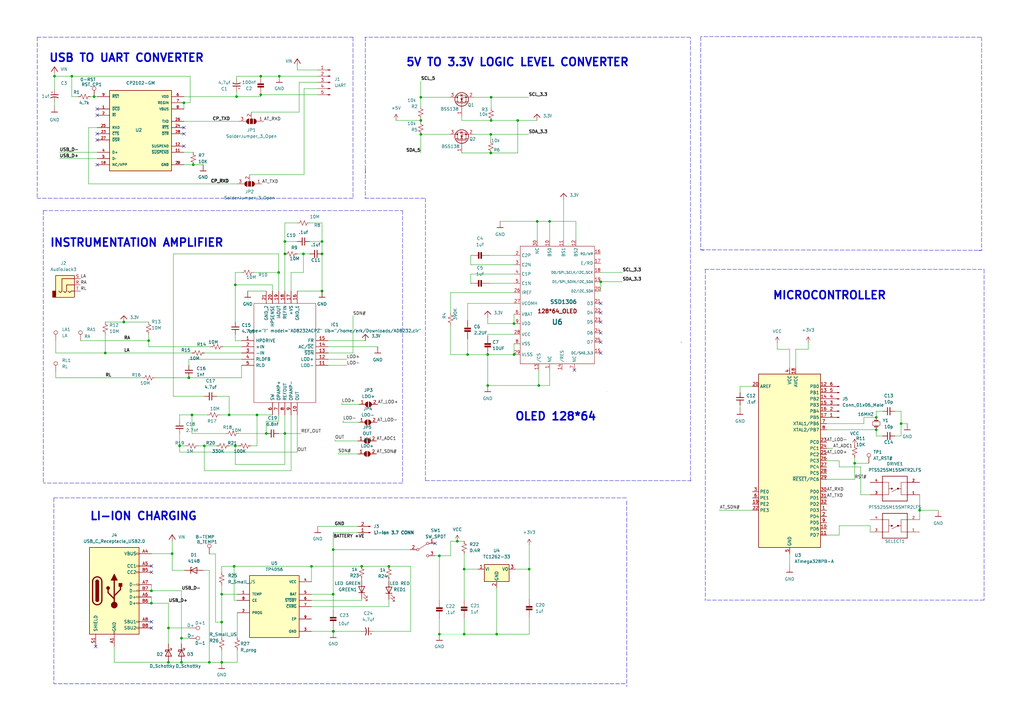
<source format=kicad_sch>
(kicad_sch (version 20211123) (generator eeschema)
  (paper "A3")
  (title_block (title "P-ECG") (date "2022-05-27") (rev "REV 2") (company "GROUP 5") (comment 1 "Designer: Arun jyothish"))
  (junction (at 114.3 111.76))
  (junction (at 124.46 104.14))
  (junction (at 172.593 55.118))
  (junction (at 132.08 99.06))
  (junction (at 74.422 271.653))
  (junction (at 116.84 104.14))
  (junction (at 180.213 260.096))
  (junction (at 377.19 209.296))
  (junction (at 369.57 173.736))
  (junction (at 148.336 232.283))
  (junction (at 203.708 260.096))
  (junction (at 172.593 39.878))
  (junction (at 132.08 119.38))
  (junction (at 62.103 247.396))
  (junction (at 77.47 154.94))
  (junction (at 50.8 132.08))
  (junction (at 136.652 258.953))
  (junction (at 83.82 182.88))
  (junction (at 90.932 255.143))
  (junction (at 187.579 221.996))
  (junction (at 180.213 227.965))
  (junction (at 97.028 39.624))
  (junction (at 217.043 233.426))
  (junction (at 79.248 67.564))
  (junction (at 127.762 232.283))
  (junction (at 190.373 233.426))
  (junction (at 132.08 104.14))
  (junction (at 200.025 158.115))
  (junction (at 201.295 55.118))
  (junction (at 116.84 99.06))
  (junction (at 75.438 42.164))
  (junction (at 201.422 49.403))
  (junction (at 96.52 182.88))
  (junction (at 93.98 170.18))
  (junction (at 22.352 31.242))
  (junction (at 359.41 171.196))
  (junction (at 38.608 39.624))
  (junction (at 96.52 116.84))
  (junction (at 159.512 232.283))
  (junction (at 246.38 115.57))
  (junction (at 70.612 227.076))
  (junction (at 220.345 90.805))
  (junction (at 62.103 242.316))
  (junction (at 106.934 38.862))
  (junction (at 210.82 132.715))
  (junction (at 114.554 31.242))
  (junction (at 225.425 90.805))
  (junction (at 201.422 39.878))
  (junction (at 96.012 232.283))
  (junction (at 69.088 257.556))
  (junction (at 29.464 31.242))
  (junction (at 73.66 182.88))
  (junction (at 190.373 260.096))
  (junction (at 43.18 144.78))
  (junction (at 90.932 243.713))
  (junction (at 350.52 189.992))
  (junction (at 74.422 261.747))
  (junction (at 136.779 258.953))
  (junction (at 106.934 31.242))
  (junction (at 136.652 225.425))
  (junction (at 78.74 170.18))
  (junction (at 136.652 243.713))
  (junction (at 69.088 271.653))
  (junction (at 109.22 177.8))
  (junction (at 359.41 176.276))
  (junction (at 105.41 170.18))
  (junction (at 212.344 49.403))
  (junction (at 60.96 139.7))
  (junction (at 200.025 145.415))
  (junction (at 172.593 49.403))
  (junction (at 191.77 145.415))
  (junction (at 220.98 158.115))
  (junction (at 210.82 145.415))
  (junction (at 116.84 177.8))
  (junction (at 201.295 62.738))
  (junction (at 90.932 271.653))
  (junction (at 85.852 271.653))
  (no_connect (at 178.435 222.885))
  (no_connect (at 75.438 52.324))
  (no_connect (at 75.438 54.864))
  (no_connect (at 75.438 59.944))
  (no_connect (at 39.878 57.404))
  (no_connect (at 39.878 54.864))
  (no_connect (at 39.878 47.244))
  (no_connect (at 39.878 44.704))
  (no_connect (at 39.878 67.564))
  (no_connect (at 39.243 265.176))
  (no_connect (at 62.103 255.016))
  (no_connect (at 62.103 257.556))
  (no_connect (at 62.103 232.156))
  (no_connect (at 62.103 234.696))
  (no_connect (at 246.38 124.46))
  (no_connect (at 246.38 144.78))
  (no_connect (at 246.38 136.525))
  (no_connect (at 246.38 128.27))
  (no_connect (at 246.38 132.08))
  (no_connect (at 246.38 140.335))
  (no_connect (at 235.585 151.765))
  (wire (pts (xy 97.028 31.242) (xy 97.028 32.258)))
  (wire (pts (xy 180.213 253.746) (xy 180.213 260.096)))
  (wire (pts (xy 97.282 251.333) (xy 97.282 261.493)))
  (wire (pts (xy 172.593 43.688) (xy 172.593 39.878)))
  (polyline (pts (xy 289.306 110.49) (xy 289.306 246.126)))
  (wire (pts (xy 210.82 120.015) (xy 184.785 120.015)))
  (wire (pts (xy 353.06 191.516) (xy 353.06 202.946)))
  (wire (pts (xy 326.39 150.876) (xy 326.39 143.256)))
  (wire (pts (xy 295.148 209.296) (xy 308.61 209.296)))
  (wire (pts (xy 73.66 182.88) (xy 73.66 185.42)))
  (wire (pts (xy 191.77 124.46) (xy 191.77 131.445)))
  (wire (pts (xy 200.66 116.205) (xy 210.82 116.205)))
  (wire (pts (xy 114.554 31.242) (xy 130.302 31.242)))
  (wire (pts (xy 369.57 173.736) (xy 372.11 173.736)))
  (wire (pts (xy 90.932 243.713) (xy 97.282 243.713)))
  (wire (pts (xy 246.38 115.57) (xy 246.38 119.38)))
  (wire (pts (xy 303.53 161.036) (xy 303.53 158.496)))
  (wire (pts (xy 203.708 260.096) (xy 217.043 260.096)))
  (wire (pts (xy 225.425 151.765) (xy 225.425 158.115)))
  (wire (pts (xy 369.57 173.736) (xy 369.57 178.816)))
  (polyline (pts (xy 287.401 102.489) (xy 402.336 102.616)))
  (wire (pts (xy 323.85 227.076) (xy 323.85 232.156)))
  (wire (pts (xy 353.06 202.946) (xy 356.87 202.946)))
  (wire (pts (xy 132.08 119.38) (xy 132.08 104.14)))
  (wire (pts (xy 159.512 232.537) (xy 159.512 232.283)))
  (wire (pts (xy 75.438 49.784) (xy 98.044 49.784)))
  (wire (pts (xy 190.373 233.426) (xy 190.373 245.872)))
  (wire (pts (xy 74.422 242.316) (xy 74.422 261.747)))
  (wire (pts (xy 369.57 168.656) (xy 367.03 168.656)))
  (wire (pts (xy 114.3 172.72) (xy 109.22 172.72)))
  (wire (pts (xy 69.088 257.556) (xy 77.851 257.556)))
  (wire (pts (xy 36.322 52.324) (xy 36.322 75.438)))
  (wire (pts (xy 60.96 142.24) (xy 60.96 139.7)))
  (wire (pts (xy 73.66 170.18) (xy 73.66 172.72)))
  (wire (pts (xy 116.84 177.8) (xy 116.84 190.5)))
  (wire (pts (xy 36.322 75.438) (xy 97.282 75.438)))
  (wire (pts (xy 210.82 112.395) (xy 193.04 112.395)))
  (wire (pts (xy 32.004 39.624) (xy 29.464 39.624)))
  (wire (pts (xy 193.04 112.395) (xy 193.04 116.205)))
  (polyline (pts (xy 22.098 204.216) (xy 22.098 280.416)))
  (wire (pts (xy 70.612 227.076) (xy 70.612 221.869)))
  (wire (pts (xy 318.77 143.256) (xy 318.77 140.716)))
  (wire (pts (xy 73.66 177.8) (xy 73.66 182.88)))
  (wire (pts (xy 70.612 233.934) (xy 70.612 227.076)))
  (wire (pts (xy 105.41 182.88) (xy 105.41 170.18)))
  (wire (pts (xy 162.433 49.403) (xy 172.593 49.403)))
  (wire (pts (xy 210.82 132.715) (xy 200.025 132.715)))
  (wire (pts (xy 71.12 104.14) (xy 71.12 162.56)))
  (wire (pts (xy 96.52 190.5) (xy 116.84 190.5)))
  (wire (pts (xy 90.17 170.18) (xy 93.98 170.18)))
  (wire (pts (xy 114.3 177.8) (xy 116.84 177.8)))
  (wire (pts (xy 220.218 49.403) (xy 212.344 49.403)))
  (wire (pts (xy 130.302 215.9) (xy 146.812 215.9)))
  (wire (pts (xy 132.08 99.06) (xy 127 99.06)))
  (wire (pts (xy 71.12 162.56) (xy 83.82 162.56)))
  (wire (pts (xy 189.357 62.738) (xy 201.295 62.738)))
  (wire (pts (xy 90.932 234.823) (xy 90.932 232.283)))
  (wire (pts (xy 140.208 165.862) (xy 140.208 165.354)))
  (wire (pts (xy 344.17 219.456) (xy 344.17 215.646)))
  (wire (pts (xy 96.52 182.88) (xy 96.52 190.5)))
  (wire (pts (xy 75.438 42.164) (xy 75.438 44.704)))
  (wire (pts (xy 99.06 111.76) (xy 96.52 111.76)))
  (wire (pts (xy 201.295 57.658) (xy 201.295 55.118)))
  (wire (pts (xy 369.57 168.656) (xy 369.57 173.736)))
  (wire (pts (xy 159.512 237.617) (xy 159.512 238.252)))
  (wire (pts (xy 106.934 39.624) (xy 106.934 38.862)))
  (wire (pts (xy 93.98 182.88) (xy 96.52 182.88)))
  (wire (pts (xy 90.932 239.903) (xy 90.932 243.713)))
  (wire (pts (xy 96.52 132.08) (xy 96.52 116.84)))
  (polyline (pts (xy 256.413 280.416) (xy 22.098 280.416)))
  (wire (pts (xy 200.025 137.16) (xy 210.82 137.16)))
  (wire (pts (xy 359.41 178.816) (xy 361.95 178.816)))
  (wire (pts (xy 63.5 154.94) (xy 77.47 154.94)))
  (wire (pts (xy 124.714 36.322) (xy 124.714 71.628)))
  (wire (pts (xy 130.302 28.702) (xy 121.92 28.702)))
  (wire (pts (xy 75.438 67.564) (xy 79.248 67.564)))
  (wire (pts (xy 96.52 111.76) (xy 96.52 116.84)))
  (wire (pts (xy 148.336 237.998) (xy 148.336 237.363)))
  (polyline (pts (xy 165.1 198.12) (xy 17.78 198.12)))
  (wire (pts (xy 97.028 31.242) (xy 106.934 31.242)))
  (wire (pts (xy 191.77 145.415) (xy 200.025 145.415)))
  (wire (pts (xy 62.103 244.856) (xy 62.103 247.396)))
  (wire (pts (xy 220.98 151.765) (xy 220.98 158.115)))
  (wire (pts (xy 75.438 39.624) (xy 97.028 39.624)))
  (wire (pts (xy 132.08 104.14) (xy 132.08 99.06)))
  (wire (pts (xy 124.46 111.76) (xy 124.46 104.14)))
  (wire (pts (xy 22.86 152.4) (xy 22.86 154.94)))
  (wire (pts (xy 43.18 144.78) (xy 22.86 144.78)))
  (wire (pts (xy 134.62 147.32) (xy 142.24 147.32)))
  (wire (pts (xy 136.652 218.44) (xy 136.652 225.425)))
  (wire (pts (xy 62.103 239.776) (xy 62.103 242.316)))
  (wire (pts (xy 83.82 193.04) (xy 119.38 193.04)))
  (wire (pts (xy 339.09 173.736) (xy 354.33 173.736)))
  (wire (pts (xy 90.932 255.143) (xy 90.932 261.493)))
  (wire (pts (xy 168.402 232.283) (xy 159.512 232.283)))
  (wire (pts (xy 81.28 182.88) (xy 83.82 182.88)))
  (wire (pts (xy 359.41 176.276) (xy 359.41 178.816)))
  (wire (pts (xy 323.85 143.256) (xy 323.85 150.876)))
  (wire (pts (xy 137.414 180.848) (xy 146.812 180.848)))
  (wire (pts (xy 344.17 188.976) (xy 344.17 191.516)))
  (wire (pts (xy 90.932 266.573) (xy 90.932 271.653)))
  (wire (pts (xy 147.32 165.862) (xy 140.208 165.862)))
  (wire (pts (xy 93.98 170.18) (xy 105.41 170.18)))
  (wire (pts (xy 127 91.44) (xy 132.08 91.44)))
  (wire (pts (xy 220.345 90.805) (xy 205.105 90.805)))
  (wire (pts (xy 246.38 111.76) (xy 255.27 111.76)))
  (polyline (pts (xy 144.78 15.24) (xy 144.78 81.28)))
  (wire (pts (xy 339.09 176.276) (xy 359.41 176.276)))
  (wire (pts (xy 77.47 147.32) (xy 77.47 149.86)))
  (wire (pts (xy 114.3 119.38) (xy 114.3 111.76)))
  (wire (pts (xy 200.66 104.775) (xy 210.82 104.775)))
  (wire (pts (xy 88.392 227.203) (xy 88.392 255.143)))
  (wire (pts (xy 148.336 232.283) (xy 159.512 232.283)))
  (wire (pts (xy 109.22 172.72) (xy 109.22 177.8)))
  (wire (pts (xy 73.66 185.42) (xy 121.92 185.42)))
  (wire (pts (xy 153.162 258.953) (xy 168.402 258.953)))
  (wire (pts (xy 200.025 137.16) (xy 200.025 137.795)))
  (polyline (pts (xy 149.733 15.24) (xy 149.733 15.367)))
  (wire (pts (xy 39.878 52.324) (xy 36.322 52.324)))
  (wire (pts (xy 220.98 158.115) (xy 200.025 158.115)))
  (polyline (pts (xy 289.052 110.49) (xy 403.606 110.49)))
  (wire (pts (xy 24.384 62.484) (xy 39.878 62.484)))
  (wire (pts (xy 73.66 182.88) (xy 76.2 182.88)))
  (polyline (pts (xy 288.417 102.489) (xy 288.417 102.743)))
  (wire (pts (xy 121.92 99.06) (xy 116.84 99.06)))
  (wire (pts (xy 201.295 55.118) (xy 216.789 55.118)))
  (wire (pts (xy 96.012 232.283) (xy 127.762 232.283)))
  (wire (pts (xy 359.41 171.196) (xy 359.41 168.656)))
  (wire (pts (xy 33.02 139.7) (xy 60.96 139.7)))
  (wire (pts (xy 172.593 48.768) (xy 172.593 49.403)))
  (wire (pts (xy 344.17 215.646) (xy 356.87 215.646)))
  (wire (pts (xy 180.213 227.965) (xy 180.213 246.126)))
  (wire (pts (xy 96.52 116.84) (xy 111.76 116.84)))
  (wire (pts (xy 190.373 260.096) (xy 190.373 253.492)))
  (wire (pts (xy 83.82 182.88) (xy 88.9 182.88)))
  (wire (pts (xy 236.22 98.425) (xy 236.22 90.805)))
  (wire (pts (xy 140.716 172.466) (xy 140.716 173.228)))
  (wire (pts (xy 96.012 246.253) (xy 96.012 232.283)))
  (wire (pts (xy 172.593 55.118) (xy 172.593 62.738)))
  (wire (pts (xy 384.81 209.296) (xy 377.19 209.296)))
  (wire (pts (xy 210.82 124.46) (xy 191.77 124.46)))
  (wire (pts (xy 119.38 111.76) (xy 124.46 111.76)))
  (wire (pts (xy 189.357 47.498) (xy 189.357 49.403)))
  (wire (pts (xy 62.103 247.396) (xy 69.088 247.396)))
  (wire (pts (xy 200.025 132.715) (xy 200.025 130.175)))
  (wire (pts (xy 60.96 139.7) (xy 60.96 137.16)))
  (wire (pts (xy 90.932 243.713) (xy 90.932 255.143)))
  (wire (pts (xy 43.18 132.08) (xy 50.8 132.08)))
  (wire (pts (xy 184.785 221.996) (xy 187.579 221.996)))
  (wire (pts (xy 184.785 133.35) (xy 184.785 145.415)))
  (wire (pts (xy 83.312 233.934) (xy 85.852 233.934)))
  (wire (pts (xy 83.82 182.88) (xy 83.82 193.04)))
  (wire (pts (xy 180.213 260.096) (xy 190.373 260.096)) (stroke (width 0) (color 72 255 115 1)))
  (wire (pts (xy 148.336 246.253) (xy 148.336 245.618)))
  (wire (pts (xy 97.028 39.624) (xy 106.934 39.624)))
  (wire (pts (xy 134.62 139.7) (xy 149.86 139.7)))
  (wire (pts (xy 134.62 142.24) (xy 154.94 142.24)))
  (polyline (pts (xy 149.86 15.24) (xy 149.86 71.12)))
  (polyline (pts (xy 283.21 197.358) (xy 283.21 102.87)))
  (wire (pts (xy 180.213 227.965) (xy 184.785 227.965)))
  (wire (pts (xy 106.934 38.862) (xy 130.302 38.862)))
  (wire (pts (xy 88.392 255.143) (xy 90.932 255.143)))
  (wire (pts (xy 231.14 81.915) (xy 231.14 98.425)))
  (polyline (pts (xy 403.606 246.126) (xy 289.052 246.126)))
  (wire (pts (xy 236.22 90.805) (xy 225.425 90.805)))
  (wire (pts (xy 114.3 170.18) (xy 114.3 172.72)))
  (wire (pts (xy 62.103 242.316) (xy 74.422 242.316)))
  (wire (pts (xy 62.103 227.076) (xy 70.612 227.076)))
  (wire (pts (xy 90.932 232.283) (xy 96.012 232.283)))
  (wire (pts (xy 22.352 31.242) (xy 22.352 36.83)))
  (wire (pts (xy 339.09 188.976) (xy 344.17 188.976)))
  (polyline (pts (xy 149.86 69.342) (xy 149.86 81.28)))
  (wire (pts (xy 102.362 71.628) (xy 124.714 71.628)))
  (wire (pts (xy 122.682 33.782) (xy 122.682 45.974)))
  (polyline (pts (xy 257.048 205.486) (xy 257.048 281.686)))
  (wire (pts (xy 103.124 45.974) (xy 122.682 45.974)))
  (wire (pts (xy 74.422 271.653) (xy 85.852 271.653)))
  (wire (pts (xy 101.6 119.38) (xy 109.22 119.38)))
  (wire (pts (xy 303.53 158.496) (xy 308.61 158.496)))
  (wire (pts (xy 303.53 166.116) (xy 303.53 167.386)))
  (wire (pts (xy 377.19 202.946) (xy 377.19 209.296)))
  (wire (pts (xy 203.708 241.046) (xy 203.708 260.096)))
  (polyline (pts (xy 287.401 15.113) (xy 287.401 102.489)))
  (polyline (pts (xy 403.606 110.49) (xy 403.606 246.126)))
  (wire (pts (xy 136.652 243.713) (xy 136.652 250.063)))
  (wire (pts (xy 105.41 170.18) (xy 111.76 170.18)))
  (wire (pts (xy 78.74 177.8) (xy 92.71 177.8)))
  (wire (pts (xy 168.402 258.953) (xy 168.402 232.283)))
  (polyline (pts (xy 174.498 197.104) (xy 283.464 197.104)))
  (wire (pts (xy 77.47 154.94) (xy 99.06 154.94)))
  (wire (pts (xy 326.39 143.256) (xy 331.47 143.256)))
  (wire (pts (xy 96.52 139.7) (xy 96.52 137.16)))
  (wire (pts (xy 24.384 65.024) (xy 39.878 65.024)))
  (wire (pts (xy 121.92 26.67) (xy 121.92 28.702)))
  (wire (pts (xy 22.352 29.972) (xy 22.352 31.242)))
  (wire (pts (xy 90.932 271.653) (xy 97.282 271.653)))
  (wire (pts (xy 189.357 49.403) (xy 201.422 49.403)))
  (wire (pts (xy 79.248 67.564) (xy 83.312 67.564)))
  (wire (pts (xy 354.33 171.196) (xy 359.41 171.196)))
  (wire (pts (xy 29.464 39.624) (xy 29.464 31.242)))
  (wire (pts (xy 193.04 108.585) (xy 193.04 104.775)))
  (wire (pts (xy 102.87 182.88) (xy 105.41 182.88)))
  (wire (pts (xy 136.652 225.425) (xy 168.275 225.425)))
  (wire (pts (xy 225.425 90.805) (xy 220.345 90.805)))
  (wire (pts (xy 37.084 39.624) (xy 38.608 39.624)))
  (polyline (pts (xy 15.24 15.24) (xy 15.24 81.28)))
  (wire (pts (xy 220.345 98.425) (xy 220.345 90.805)))
  (wire (pts (xy 354.33 173.736) (xy 354.33 171.196)))
  (wire (pts (xy 190.373 260.096) (xy 203.708 260.096)))
  (wire (pts (xy 187.579 221.996) (xy 190.373 221.996)))
  (wire (pts (xy 210.82 108.585) (xy 193.04 108.585)))
  (wire (pts (xy 184.785 145.415) (xy 191.77 145.415)))
  (wire (pts (xy 97.028 37.338) (xy 97.028 39.624)))
  (wire (pts (xy 172.593 39.878) (xy 184.277 39.878)))
  (wire (pts (xy 121.92 170.18) (xy 121.92 185.42)))
  (wire (pts (xy 116.84 91.44) (xy 116.84 99.06)))
  (wire (pts (xy 74.422 261.747) (xy 74.422 264.033)))
  (wire (pts (xy 46.863 271.653) (xy 69.088 271.653)))
  (wire (pts (xy 97.79 177.8) (xy 109.22 177.8)))
  (polyline (pts (xy 402.59 15.24) (xy 402.59 102.743)))
  (wire (pts (xy 134.62 144.78) (xy 144.78 144.78)))
  (wire (pts (xy 137.414 180.34) (xy 137.414 180.848)))
  (wire (pts (xy 134.62 149.86) (xy 142.24 149.86)))
  (wire (pts (xy 71.12 104.14) (xy 114.3 104.14)))
  (wire (pts (xy 121.92 119.38) (xy 132.08 119.38)))
  (wire (pts (xy 356.87 215.646) (xy 356.87 218.186)))
  (wire (pts (xy 46.863 265.176) (xy 46.863 271.653)))
  (polyline (pts (xy 283.21 15.24) (xy 149.733 15.24)))
  (wire (pts (xy 127.762 248.793) (xy 159.512 248.793)))
  (wire (pts (xy 93.98 162.56) (xy 93.98 170.18)))
  (wire (pts (xy 70.612 233.934) (xy 75.692 233.934)))
  (wire (pts (xy 144.78 144.78) (xy 144.78 129.54)))
  (wire (pts (xy 225.425 158.115) (xy 220.98 158.115)))
  (wire (pts (xy 136.652 257.683) (xy 136.652 258.953)))
  (wire (pts (xy 217.043 253.238) (xy 217.043 260.096)))
  (wire (pts (xy 172.593 49.403) (xy 172.593 50.038)))
  (wire (pts (xy 91.44 142.24) (xy 99.06 142.24)))
  (wire (pts (xy 116.84 170.18) (xy 116.84 177.8)))
  (polyline (pts (xy 402.336 15.24) (xy 287.401 14.986)))
  (wire (pts (xy 69.088 247.396) (xy 69.088 257.556)))
  (wire (pts (xy 138.684 186.182) (xy 138.684 185.928)))
  (wire (pts (xy 359.41 168.656) (xy 361.95 168.656)))
  (wire (pts (xy 114.3 111.76) (xy 114.3 104.14)))
  (wire (pts (xy 201.422 39.878) (xy 216.789 39.878)))
  (wire (pts (xy 96.52 182.88) (xy 97.79 182.88)))
  (wire (pts (xy 69.088 271.653) (xy 74.422 271.653)))
  (wire (pts (xy 217.043 223.647) (xy 217.043 233.426)))
  (wire (pts (xy 85.852 271.653) (xy 90.932 271.653)))
  (wire (pts (xy 99.06 154.94) (xy 99.06 149.86)))
  (polyline (pts (xy 283.21 102.87) (xy 283.21 15.494)))
  (wire (pts (xy 88.9 162.56) (xy 93.98 162.56)))
  (wire (pts (xy 217.043 233.426) (xy 217.043 245.618)))
  (wire (pts (xy 344.17 191.516) (xy 353.06 191.516)))
  (polyline (pts (xy 144.78 81.28) (xy 15.24 81.28)))
  (wire (pts (xy 77.978 42.164) (xy 77.978 31.242)))
  (polyline (pts (xy 165.1 86.36) (xy 165.1 198.12)))
  (wire (pts (xy 136.652 225.425) (xy 136.652 243.713)))
  (wire (pts (xy 210.82 140.97) (xy 210.82 145.415)))
  (wire (pts (xy 83.82 144.78) (xy 99.06 144.78)))
  (wire (pts (xy 127.762 243.713) (xy 136.652 243.713)))
  (polyline (pts (xy 288.417 102.743) (xy 288.29 102.743)))
  (wire (pts (xy 130.302 36.322) (xy 124.714 36.322)))
  (wire (pts (xy 69.088 257.556) (xy 69.088 264.033)))
  (polyline (pts (xy 17.78 86.36) (xy 165.1 86.36)))
  (wire (pts (xy 97.282 246.253) (xy 96.012 246.253)))
  (polyline (pts (xy 17.78 86.36) (xy 17.78 198.12)))
  (wire (pts (xy 318.77 143.256) (xy 323.85 143.256)))
  (wire (pts (xy 211.328 233.426) (xy 217.043 233.426)))
  (wire (pts (xy 246.38 115.57) (xy 255.27 115.57)))
  (wire (pts (xy 119.38 193.04) (xy 119.38 170.18)))
  (wire (pts (xy 121.92 104.14) (xy 124.46 104.14)))
  (wire (pts (xy 99.06 139.7) (xy 96.52 139.7)))
  (wire (pts (xy 201.422 39.878) (xy 201.422 44.323)))
  (wire (pts (xy 121.92 91.44) (xy 116.84 91.44)))
  (wire (pts (xy 29.464 31.242) (xy 77.978 31.242)))
  (wire (pts (xy 172.593 33.274) (xy 172.593 39.878)))
  (wire (pts (xy 194.437 39.878) (xy 201.422 39.878)))
  (wire (pts (xy 210.82 128.905) (xy 210.82 132.715)))
  (wire (pts (xy 159.512 248.793) (xy 159.512 245.872)))
  (wire (pts (xy 85.852 233.934) (xy 85.852 271.653)))
  (wire (pts (xy 172.593 55.118) (xy 184.277 55.118)))
  (wire (pts (xy 339.09 219.456) (xy 344.17 219.456)))
  (wire (pts (xy 190.373 227.076) (xy 190.373 233.426)))
  (wire (pts (xy 116.84 104.14) (xy 116.84 119.38)))
  (wire (pts (xy 114.3 111.76) (xy 104.14 111.76)))
  (wire (pts (xy 350.52 189.992) (xy 350.52 196.596)))
  (wire (pts (xy 127.762 232.283) (xy 148.336 232.283)))
  (polyline (pts (xy 15.24 15.24) (xy 144.78 15.24)))
  (wire (pts (xy 111.76 116.84) (xy 111.76 119.38)))
  (wire (pts (xy 22.352 31.242) (xy 29.464 31.242)))
  (wire (pts (xy 127.762 246.253) (xy 148.336 246.253)))
  (wire (pts (xy 146.812 186.182) (xy 138.684 186.182)))
  (wire (pts (xy 74.422 261.747) (xy 77.851 261.747)))
  (polyline (pts (xy 149.606 81.28) (xy 174.498 81.28)))
  (wire (pts (xy 116.84 99.06) (xy 116.84 104.14)))
  (wire (pts (xy 22.352 41.91) (xy 22.352 43.434)))
  (wire (pts (xy 225.425 98.425) (xy 225.425 90.805)))
  (wire (pts (xy 122.682 33.782) (xy 130.302 33.782)))
  (wire (pts (xy 75.438 62.484) (xy 79.248 62.484)))
  (wire (pts (xy 339.09 196.596) (xy 350.52 196.596)))
  (wire (pts (xy 78.74 170.18) (xy 85.09 170.18)))
  (wire (pts (xy 140.716 173.228) (xy 147.066 173.228)))
  (wire (pts (xy 331.47 143.256) (xy 331.47 140.716)))
  (wire (pts (xy 295.148 209.042) (xy 295.148 209.296)))
  (wire (pts (xy 201.422 49.403) (xy 212.344 49.403)))
  (wire (pts (xy 194.437 55.118) (xy 201.295 55.118)))
  (polyline (pts (xy 174.498 81.28) (xy 174.498 197.104)))
  (wire (pts (xy 136.779 258.953) (xy 148.082 258.953)))
  (wire (pts (xy 350.52 189.992) (xy 356.362 189.992)))
  (wire (pts (xy 124.46 104.14) (xy 127 104.14)))
  (wire (pts (xy 201.295 62.738) (xy 212.344 62.738)))
  (wire (pts (xy 339.09 183.896) (xy 341.63 183.896)))
  (wire (pts (xy 119.38 119.38) (xy 119.38 111.76)))
  (wire (pts (xy 22.86 144.78) (xy 22.86 139.7)))
  (polyline (pts (xy 401.447 102.743) (xy 401.447 102.616)))
  (wire (pts (xy 190.373 233.426) (xy 196.088 233.426)))
  (wire (pts (xy 200.025 145.415) (xy 210.82 145.415)))
  (wire (pts (xy 85.852 227.203) (xy 88.392 227.203)))
  (wire (pts (xy 43.18 144.78) (xy 78.74 144.78)))
  (polyline (pts (xy 402.59 102.743) (xy 401.447 102.743)))
  (wire (pts (xy 127.762 232.283) (xy 127.762 238.633)))
  (wire (pts (xy 212.344 49.403) (xy 212.344 62.738)))
  (wire (pts (xy 50.8 132.08) (xy 60.96 132.08)))
  (wire (pts (xy 377.19 213.106) (xy 377.19 209.296)))
  (polyline (pts (xy 287.401 102.489) (xy 288.417 102.489)))
  (wire (pts (xy 184.785 227.965) (xy 184.785 221.996)))
  (wire (pts (xy 191.77 139.065) (xy 191.77 145.415)))
  (wire (pts (xy 132.08 91.44) (xy 132.08 99.06)))
  (wire (pts (xy 77.47 147.32) (xy 99.06 147.32)))
  (wire (pts (xy 22.86 154.94) (xy 58.42 154.94)))
  (wire (pts (xy 146.812 218.44) (xy 136.652 218.44)))
  (wire (pts (xy 86.36 142.24) (xy 60.96 142.24)))
  (wire (pts (xy 116.84 177.8) (xy 123.444 177.8)))
  (wire (pts (xy 184.785 120.015) (xy 184.785 128.27)))
  (wire (pts (xy 78.74 170.18) (xy 78.74 177.8)))
  (wire (pts (xy 38.608 39.624) (xy 39.878 39.624)))
  (wire (pts (xy 200.025 158.115) (xy 200.025 145.415)))
  (wire (pts (xy 97.282 266.573) (xy 97.282 271.653)))
  (wire (pts (xy 78.74 170.18) (xy 73.66 170.18)))
  (wire (pts (xy 350.52 187.706) (xy 350.52 189.992)))
  (wire (pts (xy 178.435 227.965) (xy 180.213 227.965)))
  (wire (pts (xy 127.762 258.953) (xy 136.652 258.953)))
  (wire (pts (xy 369.57 178.816) (xy 367.03 178.816)))
  (wire (pts (xy 43.18 137.16) (xy 43.18 144.78)))
  (polyline (pts (xy 22.098 204.216) (xy 257.048 204.216)))
  (wire (pts (xy 75.438 42.164) (xy 77.978 42.164)))
  (wire (pts (xy 106.934 31.242) (xy 114.554 31.242)))
  (text "USB TO UART CONVERTER\n" (at 19.939 25.781 0) (effects (font (size 3.27 3.27) (thickness 0.654) bold) (justify left bottom)))
  (text "INSTRUMENTATION AMPLIFIER\n" (at 20.32 101.6 0) (effects (font (size 3.27 3.27) (thickness 0.654) bold) (justify left bottom)))
  (text "MICROCONTROLLER" (at 316.738 123.19 0) (effects (font (size 3.27 3.27) bold) (justify left bottom)))
  (text "OLED 128*64" (at 211.074 172.847 0) (effects (font (size 3.27 3.27) bold) (justify left bottom)))
  (text "LI-ION CHARGING " (at 36.703 213.741 0) (effects (font (size 3.27 3.27) (thickness 0.654) bold) (justify left bottom)))
  (text "5V TO 3.3V LOGIC LEVEL CONVERTER\n" (at 166.37 27.559 0) (effects (font (size 3.27 3.27) (thickness 0.654) bold) (justify left bottom)))
  (label "SCL_3.3" (at 216.789 39.878 0) (effects (font (thickness 0.254) bold)))
  (label "AT_ADC1" (at 154.432 180.848 0))
  (label "USB_D-" (at 74.422 242.316 0) (effects (font bold)))
  (label "AT_RXD" (at 108.204 49.784 0))
  (label "AT_LOD+" (at 154.94 165.862 0))
  (label "LOD-" (at 140.716 172.466 0))
  (label "AT_TXD" (at 339.09 204.216 0))
  (label "LOD+" (at 140.208 165.354 0))
  (label "RST#" (at 350.52 196.596 0))
  (label "RA" (at 33.02 116.84 0))
  (label "LOD-" (at 142.24 149.86 0))
  (label "SDA_3.3" (at 216.789 55.118 0) (effects (font bold)))
  (label "SDN#" (at 144.78 129.54 0))
  (label "USB_D+" (at 69.088 247.396 0) (effects (font bold)))
  (label "SDA_5" (at 172.593 62.738 180) (effects (font (thickness 0.254) bold)))
  (label "LA" (at 33.02 114.3 0))
  (label "AT_ADC1" (at 341.63 183.896 0))
  (label "CP_TXD" (at 87.122 49.784 0) (effects (font bold)))
  (label "AT_RXD" (at 339.09 201.676 0))
  (label "OUT" (at 121.92 185.42 0))
  (label "RL" (at 43.18 154.94 0) (effects (font bold)))
  (label "GND" (at 137.16 215.9 0) (effects (font (thickness 0.254) bold)))
  (label "AT_LOD-" (at 339.09 181.356 0))
  (label "RL" (at 33.02 119.38 0))
  (label "SDA_3.3" (at 255.27 115.57 0) (effects (font bold)))
  (label "AT_SDN#" (at 295.148 209.042 0))
  (label "USB_D+" (at 24.384 65.024 0) (effects (font bold)))
  (label "AT_LOD+" (at 339.09 186.436 0))
  (label "SCL_5" (at 172.593 33.274 0) (effects (font (thickness 0.254) bold)))
  (label "BATTERY +VE" (at 136.652 220.98 0) (effects (font (thickness 0.254) bold)))
  (label "AT_LOD-" (at 154.686 173.228 0))
  (label "CP_RXD" (at 86.36 75.438 0) (effects (font (size 1.26 1.26) (thickness 65.4) bold)))
  (label "AT_TXD" (at 107.442 75.438 0))
  (label "RA" (at 50.8 139.7 0) (effects (font bold)))
  (label "USB_D-" (at 24.384 62.484 0) (effects (font bold)))
  (label "REF_OUT" (at 123.444 177.8 0))
  (label "LA" (at 50.8 144.78 0) (effects (font bold)))
  (label "SDN#" (at 138.684 185.928 0))
  (label "AT_SDN#" (at 154.432 186.182 0))
  (label "LOD+" (at 142.24 147.32 0))
  (label "SCL_3.3" (at 255.27 111.76 0) (effects (font (thickness 0.254) bold)))
  (label "OUT" (at 137.414 180.34 0))
  (symbol (lib_id "Device:R_Small_US") (at 159.512 235.077 180) (unit 1)
    (property "Reference" "R24" (at 156.972 236.347 0))
    (property "Value" "1k" (at 156.972 233.807 0))
    (property "Footprint" "Resistor_SMD:R_0603_1608Metric" (effects hide))
  )
  (symbol (lib_id "Device:R_Small_US") (at 350.52 185.166 0) (unit 1)
    (property "Reference" "R11" (at 351.028 179.832 0) (effects (justify left)))
    (property "Value" "10K" (at 351.028 182.372 0) (effects (justify left)))
    (property "Footprint" "Resistor_SMD:R_0603_1608Metric" (effects hide))
  )
  (symbol (lib_id "Connector:TestPoint") (at 22.86 152.4 0) (unit 1)
    (property "Reference" "RL1" (at 25.4 147.8279 0) (effects (justify left)))
    (property "Value" "RL" (at 25.4 150.3679 0) (effects (justify left)))
    (property "Footprint" "TestPoint:TestPoint_Pad_D1.0mm" (effects hide))
  )
  (symbol (lib_id "Connector:TestPoint") (at 77.851 257.556 270) (unit 1)
    (property "Reference" "D+1" (at 80.01 255.524 90) (effects (justify left)))
    (property "Value" "D+" (at 76.708 256.54 90) (effects (justify left)))
    (property "Footprint" "TestPoint:TestPoint_Pad_D1.0mm" (effects hide))
  )
  (symbol (lib_id "Connector:USB_C_Receptacle_USB2.0") (at 46.863 242.316 0) (unit 1)
    (property "Reference" "J4" (at 46.863 219.456 0))
    (property "Value" "USB_C_Receptacle_USB2.0" (at 46.863 221.996 0))
    (property "Footprint" "Connector_USB:USB_C_Receptacle_HRO_TYPE-C-31-M-12" (effects hide))
    (property "Datasheet" "https://www.usb.org/sites/default/files/documents/usb_type-c.zip" (effects hide))
  )
  (symbol (lib_id "Connector:TestPoint") (at 38.608 39.624 0) (unit 1)
    (property "Reference" "RST_CP1" (at 33.401 34.671 0) (effects (justify left)))
    (property "Value" "0-RST" (at 32.893 32.639 0) (effects (justify left)))
    (property "Footprint" "TestPoint:TestPoint_Pad_D1.0mm" (effects hide))
  )
  (symbol (lib_id "Device:C_Small") (at 303.53 163.576 180) (unit 1)
    (property "Reference" "C12" (at 306.07 162.2995 0) (effects (justify right)))
    (property "Value" ".1uf" (at 306.07 164.8395 0) (effects (justify right)))
    (property "Footprint" "Capacitor_SMD:C_0603_1608Metric" (effects hide))
  )
  (symbol (lib_id "Device:R_Small_US") (at 97.282 264.033 180) (unit 1)
    (property "Reference" "R27" (at 98.552 264.033 0) (effects (justify right)))
    (property "Value" "R_prog" (at 98.552 266.573 0) (effects (justify right)))
    (property "Footprint" "Resistor_SMD:R_0603_1608Metric" (effects hide))
  )
  (symbol (lib_id "Device:D_Schottky") (at 74.422 267.843 270) (unit 1)
    (property "Reference" "D3" (at 77.978 268.351 90))
    (property "Value" "D_Schottky" (at 77.216 273.177 90))
    (property "Footprint" "Diode_SMD:D_0603_1608Metric" (effects hide))
  )
  (symbol (lib_id "Adafruit OLED 128x32 Mono I2C-eagle-import:3.3V") (at 149.86 139.7 0) (unit 1)
    (property "Reference" "#0106" (effects hide))
    (property "Value" "3.3V" (at 152.4 137.7949 0) (effects (font (size 1.27 1.0795)) (justify left)))
    (property "Footprint" "Adafruit OLED 128x32 Mono I2C:" (effects hide))
  )
  (symbol (lib_id "Adafruit OLED 128x32 Mono I2C-eagle-import:CAP_CERAMIC0402") (at 200.025 142.875 0) (unit 1)
    (property "Reference" "C7" (at 201.93 140.3349 0) (effects (justify left)))
    (property "Value" "10UF" (at 201.93 142.8749 0) (effects (justify left)))
    (property "Footprint" "Capacitor_SMD:C_0603_1608Metric" (effects hide))
  )
  (symbol (lib_id "Jumper:SolderJumper_2_Open") (at 150.876 173.228 0) (unit 1)
    (property "Reference" "JP4" (at 150.876 167.64 0))
    (property "Value" "LDO-" (at 150.876 170.18 0))
    (property "Footprint" "TEST_POINT_MATRIX_6-PIN:2_PIN_SMD_SOLDER_JUMPER" (effects hide))
  )
  (symbol (lib_id "Device:C_Small") (at 96.52 134.62 180) (unit 1)
    (property "Reference" "C15" (at 99.06 133.3435 0) (effects (justify right)))
    (property "Value" "4.7uf" (at 99.06 135.8835 0) (effects (justify right)))
    (property "Footprint" "Capacitor_SMD:C_0603_1608Metric" (effects hide))
  )
  (symbol (lib_id "tactile switch:PTS525SM15SMTR2LFS") (at 367.03 200.406 180) (unit 1)
    (property "Reference" "DRIVE1" (at 367.03 190.246 0))
    (property "Value" "PTS525SM15SMTR2LFS" (at 367.03 192.786 0))
    (property "Footprint" "tactile switch:SW_PTS525SM15SMTR2LFS" (effects hide))
    (property "MANUFACTURER" "C & K" (effects hide))
    (property "STANDARD" "Manufacturer REcommendation" (effects hide))
    (property "PARTREV" "NA" (effects hide))
  )
  (symbol (lib_id "Adafruit OLED 128x32 Mono I2C-eagle-import:3.3V") (at 200.025 130.175 0) (unit 1)
    (property "Reference" "#01" (effects hide))
    (property "Value" "3.3V" (at 202.565 128.2699 0) (effects (font (size 1.27 1.0795)) (justify left)))
    (property "Footprint" "Adafruit OLED 128x32 Mono I2C:" (effects hide))
  )
  (symbol (lib_id "MCU_Microchip_ATmega:ATmega328PB-A") (at 323.85 188.976 0) (unit 1)
    (property "Reference" "U3" (at 325.8694 227.711 0) (effects (justify left)))
    (property "Value" "ATmega328PB-A" (at 325.8694 230.251 0) (effects (justify left)))
    (property "Footprint" "Package_QFP:TQFP-32_7x7mm_P0.8mm" (effects hide))
    (property "Datasheet" "http://ww1.microchip.com/downloads/en/DeviceDoc/40001906C.pdf" (effects hide))
  )
  (symbol (lib_id "Device:R_Small_US") (at 78.74 182.88 90) (unit 1)
    (property "Reference" "R19" (at 75.6412 181.7116 90) (effects (justify left)))
    (property "Value" "1M" (at 79.3496 185.0644 90) (effects (justify left)))
    (property "Footprint" "Resistor_SMD:R_0603_1608Metric" (effects hide))
  )
  (symbol (lib_id "Device:R_Small_US") (at 201.295 60.198 180) (unit 1)
    (property "Reference" "R6" (at 205.105 61.468 0) (effects (justify left)))
    (property "Value" "10k" (at 205.105 57.658 0) (effects (justify left)))
    (property "Footprint" "Resistor_SMD:R_0603_1608Metric" (effects hide))
  )
  (symbol (lib_id "Connector:TestPoint") (at 77.851 261.747 270) (unit 1)
    (property "Reference" "D-1" (at 80.01 263.779 90) (effects (justify left)))
    (property "Value" "D-" (at 76.835 260.731 90) (effects (justify left)))
    (property "Footprint" "TestPoint:TestPoint_Pad_D1.0mm" (effects hide))
  )
  (symbol (lib_id "Device:R_Small_US") (at 184.785 130.81 0) (unit 1)
    (property "Reference" "R4" (at 182.245 130.81 90) (effects (justify left)))
    (property "Value" "390K" (at 186.7154 131.4196 90) (effects (justify left)))
    (property "Footprint" "Resistor_SMD:R_0603_1608Metric" (effects hide))
  )
  (symbol (lib_id "Adafruit OLED 128x32 Mono I2C-eagle-import:GND") (at 114.554 33.782 0) (unit 1)
    (property "Reference" "#U0109" (effects hide))
    (property "Value" "GND" (at 114.554 36.322 0))
    (property "Footprint" "Adafruit OLED 128x32 Mono I2C:" (effects hide))
  )
  (symbol (lib_id "Adafruit OLED 128x32 Mono I2C-eagle-import:GND") (at 132.08 121.92 0) (unit 1)
    (property "Reference" "#U0112" (effects hide))
    (property "Value" "GND" (at 132.08 124.714 0))
    (property "Footprint" "Adafruit OLED 128x32 Mono I2C:" (effects hide))
  )
  (symbol (lib_id "Adafruit OLED 128x32 Mono I2C-eagle-import:GND") (at 22.352 45.974 0) (unit 1)
    (property "Reference" "#0107" (effects hide))
    (property "Value" "GND" (at 22.352 49.149 0))
    (property "Footprint" "Adafruit OLED 128x32 Mono I2C:" (effects hide))
  )
  (symbol (lib_id "Device:R_Small_US") (at 43.18 134.62 0) (unit 1)
    (property "Reference" "R12" (at 44.831 133.3499 0) (effects (justify left)))
    (property "Value" "10M" (at 44.831 135.8899 0) (effects (justify left)))
    (property "Footprint" "Resistor_SMD:R_0603_1608Metric" (effects hide))
  )
  (symbol (lib_id "Device:C_Small") (at 111.76 177.8 270) (unit 1)
    (property "Reference" "C19" (at 111.7536 171.45 90))
    (property "Value" "6.8nf" (at 111.7536 173.99 90))
    (property "Footprint" "Capacitor_SMD:C_0603_1608Metric" (effects hide))
  )
  (symbol (lib_id "Device:R_Small_US") (at 90.932 237.363 0) (unit 1)
    (property "Reference" "R25" (at 93.472 236.0929 0) (effects (justify left)))
    (property "Value" "R_Small_US" (at 93.472 238.6329 0) (effects (justify left)))
    (property "Footprint" "Resistor_SMD:R_0603_1608Metric" (effects hide))
  )
  (symbol (lib_id "Adafruit OLED 128x32 Mono I2C-eagle-import:3.3V") (at 50.8 132.08 0) (unit 1)
    (property "Reference" "#0109" (effects hide))
    (property "Value" "3.3V" (at 53.34 130.1749 0) (effects (font (size 1.27 1.0795)) (justify left)))
    (property "Footprint" "Adafruit OLED 128x32 Mono I2C:" (effects hide))
  )
  (symbol (lib_id "Regulator_Linear:TC1262-33") (at 203.708 233.426 0) (unit 1)
    (property "Reference" "U4" (at 203.708 225.806 0))
    (property "Value" "TC1262-33" (at 203.708 228.346 0))
    (property "Footprint" "Package_TO_SOT_SMD:SOT-223" (effects hide))
    (property "Datasheet" "http://ww1.microchip.com/downloads/en/DeviceDoc/21373C.pdf" (effects hide))
  )
  (symbol (lib_id "Device:R_Small_US") (at 124.46 91.44 270) (unit 1)
    (property "Reference" "R8" (at 128.778 92.4052 90) (effects (justify left)))
    (property "Value" "10M" (at 127 88.9 90) (effects (justify left)))
    (property "Footprint" "Resistor_SMD:R_0603_1608Metric" (effects hide))
  )
  (symbol (lib_id "Adafruit OLED 128x32 Mono I2C-eagle-import:CAP_CERAMIC0402") (at 136.652 255.143 0) (unit 1)
    (property "Reference" "C23" (at 139.192 252.3489 0) (effects (justify left)))
    (property "Value" "10uf" (at 138.684 255.778 0) (effects (justify left)))
    (property "Footprint" "Capacitor_SMD:C_0603_1608Metric" (effects hide))
  )
  (symbol (lib_id "Device:C_Polarized_Small_US") (at 150.622 258.953 270) (mirror x) (unit 1)
    (property "Reference" "C24" (at 151.0538 251.587 90))
    (property "Value" "4.7uf" (at 151.0538 254.127 90))
    (property "Footprint" "Capacitor_SMD:C_0603_1608Metric" (effects hide))
  )
  (symbol (lib_id "power:VCC") (at 350.52 182.626 0) (unit 1)
    (property "Reference" "#PWR0103" (effects hide))
    (property "Value" "VCC" (at 350.52 177.8 0))
  )
  (symbol (lib_id "Jumper:SolderJumper_2_Open") (at 150.622 186.182 0) (unit 1)
    (property "Reference" "JP6" (at 150.622 180.34 0))
    (property "Value" "LDO+" (at 150.622 182.88 0))
    (property "Footprint" "TEST_POINT_MATRIX_6-PIN:2_PIN_SMD_SOLDER_JUMPER" (effects hide))
  )
  (symbol (lib_id "Adafruit OLED 128x32 Mono I2C-eagle-import:GND") (at 90.932 274.193 0) (unit 1)
    (property "Reference" "#0103" (effects hide))
    (property "Value" "GND" (at 90.932 276.733 0))
    (property "Footprint" "Adafruit OLED 128x32 Mono I2C:" (effects hide))
  )
  (symbol (lib_id "CP2102-GM:CP2102-GM") (at 57.658 54.864 0) (unit 1)
    (property "Reference" "U2" (at 56.896 53.34 0))
    (property "Value" "CP2102-GM" (at 57.658 34.036 0))
    (property "Footprint" "CP2102-GM:QFN50P500X500X100-29N" (effects hide))
    (property "SNAPEDA_PACKAGE_ID" "11371" (effects hide))
    (property "PRICE" "3.43 USD" (effects hide))
    (property "AVAILABILITY" "Good" (effects hide))
    (property "MANUFACTURER" "Silicon Labs" (effects hide))
    (property "DESCRIPTION" "IC USB-TO-UART BRIDGE 28VQFN" (effects hide))
    (property "PARTREV" "1.8" (effects hide))
    (property "PACKAGE" "QFN-28 Silicon Labs" (effects hide))
    (property "STANDARD" "IPC-7351B" (effects hide))
    (property "MP" "CP2102-GM" (effects hide))
  )
  (symbol (lib_id "Transistor_FET:BSS138") (at 189.357 42.418 90) (unit 1)
    (property "Reference" "Q1" (at 193.167 43.053 90))
    (property "Value" "BSS138" (at 184.404 44.704 90))
    (property "Footprint" "Package_TO_SOT_SMD:SOT-23" (effects hide))
    (property "Datasheet" "https://www.onsemi.com/pub/Collateral/BSS138-D.PDF" (effects hide))
  )
  (symbol (lib_id "Device:R_Small_US") (at 190.373 224.536 0) (unit 1)
    (property "Reference" "R22" (at 192.532 223.2659 0) (effects (justify left)))
    (property "Value" "0.4R" (at 192.532 225.8059 0) (effects (justify left)))
    (property "Footprint" "Resistor_SMD:R_0603_1608Metric" (effects hide))
  )
  (symbol (lib_id "Device:C_Small") (at 364.49 168.656 90) (unit 1)
    (property "Reference" "C13" (at 364.4963 162.306 90))
    (property "Value" "10p" (at 364.4963 164.846 90))
    (property "Footprint" "Capacitor_SMD:C_0603_1608Metric" (effects hide))
  )
  (symbol (lib_id "Adafruit OLED 128x32 Mono I2C-eagle-import:CAP_CERAMIC0402") (at 198.12 116.205 90) (unit 1)
    (property "Reference" "C5" (at 196.85 109.855 90))
    (property "Value" "1uf" (at 196.85 112.395 90))
    (property "Footprint" "Capacitor_SMD:C_0603_1608Metric" (effects hide))
  )
  (symbol (lib_id "user_symbol:SSD1306") (at 242.57 118.745 0) (unit 1)
    (property "Reference" "U6" (at 226.06 132.08 0) (effects (font (size 2.1 2.1) bold) (justify left)))
    (property "Value" "SSD1306" (at 225.425 123.825 0) (effects (font (size 1.6 1.6) bold) (justify left)))
    (property "Footprint" "OLED 128*64:MODULE_OLED-128O064H-GPP3N00000" (effects hide))
  )
  (symbol (lib_id "AD8232ACPZ:AD8232ACPZ") (at 99.06 139.7 0) (unit 1)
    (property "Reference" "IC1" (at 137.3124 133.1212 0))
    (property "Value" "AD8232ACPZ" (at 137.3124 135.6612 0))
    (property "Footprint" "KiCad:QFN50P400X400X80-21N-D" (effects hide))
    (property "Datasheet" "https://www.analog.com/media/en/technical-documentation/data-sheets/ad8232.pdf" (effects hide))
    (property "Description" "ADI ECG and HRM IC Single Lead" (effects hide))
    (property "Height" "0.8" (effects hide))
    (property "Manufacturer_Name" "Analog Devices" (effects hide))
    (property "Manufacturer_Part_Number" "AD8232ACPZ" (effects hide))
    (property "Mouser Part Number" "N/A" (effects hide))
    (property "Mouser Price/Stock" "https://www.mouser.co.uk/ProductDetail/Analog-Devices/AD8232ACPZ?qs=%252BEew9%252B0nqrDwrV1NZJDXjA%3D%3D" (effects hide))
    (property "Spice_Primitive" "I" (effects hide))
    (property "Spice_Netlist_Enabled" "Y" (effects hide))
    (property "Spice_Lib_File" "/home/erk/Downloads/AD8232.cir" (effects hide))
  )
  (symbol (lib_id "Adafruit OLED 128x32 Mono I2C-eagle-import:GND") (at 83.312 70.104 0) (unit 1)
    (property "Reference" "#0108" (effects hide))
    (property "Value" "GND" (at 83.312 72.644 0))
    (property "Footprint" "Adafruit OLED 128x32 Mono I2C:" (effects hide))
  )
  (symbol (lib_id "Device:R_Small_US") (at 34.544 39.624 90) (unit 1)
    (property "Reference" "R1" (at 31.369 37.846 90))
    (property "Value" "4.7k" (at 34.544 42.164 90))
    (property "Footprint" "Resistor_SMD:R_0603_1608Metric" (effects hide))
  )
  (symbol (lib_id "Device:R_Small_US") (at 79.248 65.024 0) (unit 1)
    (property "Reference" "R7" (at 81.28 63.7539 0) (effects (justify left)))
    (property "Value" "10K" (at 81.28 66.2939 0) (effects (justify left)))
    (property "Footprint" "Resistor_SMD:R_0603_1608Metric" (effects hide))
  )
  (symbol (lib_id "Switch:SW_SPDT") (at 173.355 225.425 0) (unit 1)
    (property "Reference" "SW1" (at 178.689 217.551 0))
    (property "Value" "SW_SPDT" (at 178.689 220.091 0))
    (property "Footprint" "Button_Switch_SMD:SW_SPDT_PCM12" (effects hide))
  )
  (symbol (lib_id "Adafruit OLED 128x32 Mono I2C-eagle-import:GND") (at 384.81 211.836 0) (mirror y) (unit 1)
    (property "Reference" "#U0103" (effects hide))
    (property "Value" "GND" (at 384.81 214.63 0))
    (property "Footprint" "Adafruit OLED 128x32 Mono I2C:" (effects hide))
  )
  (symbol (lib_id "Adafruit OLED 128x32 Mono I2C-eagle-import:3.3V") (at 220.218 49.403 0) (unit 1)
    (property "Reference" "#U0107" (effects hide))
    (property "Value" "3.3V" (at 222.758 47.4979 0) (effects (font (size 1.27 1.0795)) (justify left)))
    (property "Footprint" "Adafruit OLED 128x32 Mono I2C:" (effects hide))
  )
  (symbol (lib_id "Connector:Conn_01x06_Male") (at 344.17 166.116 180) (unit 1)
    (property "Reference" "J5" (at 345.44 163.5759 0) (effects (justify right)))
    (property "Value" "Conn_01x06_Male" (at 345.44 166.1159 0) (effects (justify right)))
    (property "Footprint" "TEST_POINT_MATRIX_6-PIN:6PIN_CONN" (effects hide))
  )
  (symbol (lib_id "Device:R_Small_US") (at 90.932 264.033 180) (unit 1)
    (property "Reference" "R26" (at 85.852 262.763 0) (effects (justify right)))
    (property "Value" "R_Small_US" (at 85.852 260.223 0) (effects (justify right)))
    (property "Footprint" "Resistor_SMD:R_0603_1608Metric" (effects hide))
  )
  (symbol (lib_id "Adafruit OLED 128x32 Mono I2C-eagle-import:CAP_CERAMIC0402") (at 198.12 104.775 90) (unit 1)
    (property "Reference" "C4" (at 196.85 97.79 90))
    (property "Value" "1uf" (at 196.85 100.33 90))
    (property "Footprint" "Capacitor_SMD:C_0603_1608Metric" (effects hide))
  )
  (symbol (lib_id "Adafruit OLED 128x32 Mono I2C-eagle-import:GND") (at 372.11 176.276 0) (unit 1)
    (property "Reference" "#U0105" (effects hide))
    (property "Value" "GND" (at 372.11 179.07 0))
    (property "Footprint" "Adafruit OLED 128x32 Mono I2C:" (effects hide))
  )
  (symbol (lib_id "Connector:Conn_01x05_Male") (at 135.382 33.782 0) (mirror y) (unit 1)
    (property "Reference" "J1" (at 137.16 32.5119 0) (effects (justify right)))
    (property "Value" "UART" (at 137.16 35.0519 0) (effects (justify right)))
    (property "Footprint" "Connector_PinHeader_1.00mm:PinHeader_1x05_P1.00mm_Horizontal" (effects hide))
  )
  (symbol (lib_id "Adafruit OLED 128x32 Mono I2C-eagle-import:GND") (at 136.652 261.493 0) (unit 1)
    (property "Reference" "#U0102" (effects hide))
    (property "Value" "GND" (at 136.652 264.033 0))
    (property "Footprint" "Adafruit OLED 128x32 Mono I2C:" (effects hide))
  )
  (symbol (lib_id "Adafruit OLED 128x32 Mono I2C-eagle-import:GND") (at 180.213 262.636 0) (unit 1)
    (property "Reference" "#0102" (effects hide))
    (property "Value" "GND" (at 180.213 265.176 0))
    (property "Footprint" "Adafruit OLED 128x32 Mono I2C:" (effects hide))
  )
  (symbol (lib_id "power:+5V") (at 162.433 49.403 0) (unit 1)
    (property "Reference" "#PWR0106" (effects hide))
    (property "Value" "+5V" (at 162.433 44.323 0))
  )
  (symbol (lib_id "Adafruit OLED 128x32 Mono I2C-eagle-import:GND") (at 130.302 218.44 0) (unit 1)
    (property "Reference" "#0101" (effects hide))
    (property "Value" "GND" (at 130.302 220.98 0))
    (property "Footprint" "Adafruit OLED 128x32 Mono I2C:" (effects hide))
  )
  (symbol (lib_id "Adafruit OLED 128x32 Mono I2C-eagle-import:GND") (at 101.6 121.92 0) (unit 1)
    (property "Reference" "#U0113" (effects hide))
    (property "Value" "GND" (at 101.6 124.714 0))
    (property "Footprint" "Adafruit OLED 128x32 Mono I2C:" (effects hide))
  )
  (symbol (lib_id "Adafruit OLED 128x32 Mono I2C-eagle-import:CAP_CERAMIC0805-NOTHERMALS") (at 106.934 36.322 0) (unit 1)
    (property "Reference" "C2" (at 102.108 36.322 0))
    (property "Value" "100nf" (at 102.108 33.782 0))
    (property "Footprint" "Capacitor_SMD:C_0603_1608Metric" (effects hide))
  )
  (symbol (lib_id "Device:R_Small_US") (at 148.336 234.823 180) (unit 1)
    (property "Reference" "R23" (at 145.415 236.093 0))
    (property "Value" "1k" (at 145.415 233.553 0))
    (property "Footprint" "Resistor_SMD:R_0603_1608Metric" (effects hide))
  )
  (symbol (lib_id "Device:R_Small_US") (at 87.63 170.18 90) (unit 1)
    (property "Reference" "R17" (at 88.9 172.72 90) (effects (justify left)))
    (property "Value" "10M" (at 90.17 167.64 90) (effects (justify left)))
    (property "Footprint" "Resistor_SMD:R_0603_1608Metric" (effects hide))
  )
  (symbol (lib_id "Adafruit OLED 128x32 Mono I2C-eagle-import:GND") (at 205.105 93.345 0) (unit 1)
    (property "Reference" "#U01" (effects hide))
    (property "Value" "GND" (at 205.105 96.139 0))
    (property "Footprint" "Adafruit OLED 128x32 Mono I2C:" (effects hide))
  )
  (symbol (lib_id "Device:D_Zener") (at 79.502 233.934 0) (unit 1)
    (property "Reference" "D1" (at 79.502 227.584 0))
    (property "Value" "4148" (at 79.502 230.124 0))
    (property "Footprint" "Diode_SMD:D_0603_1608Metric" (effects hide))
  )
  (symbol (lib_id "Connector:TestPoint") (at 85.852 227.203 0) (unit 1)
    (property "Reference" "B_TEMP1" (at 80.645 222.25 0) (effects (justify left)))
    (property "Value" "B-TEMP" (at 80.137 220.218 0) (effects (justify left)))
    (property "Footprint" "TestPoint:TestPoint_Pad_D1.0mm" (effects hide))
  )
  (symbol (lib_id "Jumper:SolderJumper_2_Open") (at 150.622 180.848 0) (unit 1)
    (property "Reference" "JP5" (at 150.622 175.26 0))
    (property "Value" "OUT" (at 150.622 177.8 0))
    (property "Footprint" "TEST_POINT_MATRIX_6-PIN:2_PIN_SMD_SOLDER_JUMPER" (effects hide))
  )
  (symbol (lib_id "Connector:AudioJack3") (at 27.94 116.84 0) (unit 1)
    (property "Reference" "J2" (at 26.035 107.95 0))
    (property "Value" "AudioJack3" (at 26.035 110.49 0))
    (property "Footprint" "Connector_Audio:Jack_3.5mm_CUI_SJ-3524-SMT_Horizontal" (effects hide))
  )
  (symbol (lib_id "Adafruit OLED 128x32 Mono I2C-eagle-import:GND") (at 303.53 169.926 0) (unit 1)
    (property "Reference" "#U0108" (effects hide))
    (property "Value" "GND" (at 303.53 172.72 0))
    (property "Footprint" "Adafruit OLED 128x32 Mono I2C:" (effects hide))
  )
  (symbol (lib_id "Adafruit OLED 128x32 Mono I2C-eagle-import:CAP_CERAMIC0402") (at 191.77 136.525 0) (unit 1)
    (property "Reference" "C6" (at 194.31 133.9849 0) (effects (justify left)))
    (property "Value" "2.2UF" (at 194.31 136.5249 0) (effects (justify left)))
    (property "Footprint" "Capacitor_SMD:C_0603_1608Metric" (effects hide))
  )
  (symbol (lib_id "Transistor_FET:BSS138") (at 189.357 57.658 90) (unit 1)
    (property "Reference" "Q2" (at 193.802 57.023 90))
    (property "Value" "BSS138" (at 184.785 60.071 90))
    (property "Footprint" "Package_TO_SOT_SMD:SOT-23" (effects hide))
    (property "Datasheet" "https://www.onsemi.com/pub/Collateral/BSS138-D.PDF" (effects hide))
  )
  (symbol (lib_id "Device:R_Small_US") (at 95.25 177.8 90) (unit 1)
    (property "Reference" "R18" (at 95.25 175.26 90) (effects (justify left)))
    (property "Value" "10M" (at 99.06 176.53 90) (effects (justify left)))
    (property "Footprint" "Resistor_SMD:R_0603_1608Metric" (effects hide))
  )
  (symbol (lib_id "TP4056:TP4056") (at 112.522 248.793 0) (unit 1)
    (property "Reference" "U5" (at 112.522 231.013 0))
    (property "Value" "TP4056" (at 112.522 233.553 0))
    (property "Footprint" "Package_TO_SOT_SMD:TSOT-23-8" (effects hide))
    (property "MAXIMUM_PACKAGE_HEIGHT" "1.75mm" (effects hide))
    (property "STANDARD" "IPC 7351B" (effects hide))
    (property "MANUFACTURER" "NanJing Top Power ASIC Corp." (effects hide))
  )
  (symbol (lib_id "Adafruit OLED 128x32 Mono I2C-eagle-import:GND") (at 323.85 234.696 0) (unit 1)
    (property "Reference" "#U0104" (effects hide))
    (property "Value" "GND" (at 323.85 237.49 0))
    (property "Footprint" "Adafruit OLED 128x32 Mono I2C:" (effects hide))
  )
  (symbol (lib_id "Device:Crystal_Small") (at 359.41 173.736 90) (unit 1)
    (property "Reference" "Y1" (at 361.95 172.4659 90) (effects (justify right)))
    (property "Value" "16MHZ" (at 351.79 169.926 90) (effects (justify right)))
    (property "Footprint" "Crystal:Crystal_SMD_0603-2Pin_6.0x3.5mm" (effects hide))
  )
  (symbol (lib_id "Adafruit OLED 128x32 Mono I2C-eagle-import:CAP_CERAMIC0402") (at 180.213 251.206 0) (unit 1)
    (property "Reference" "C22" (at 182.753 248.6659 0) (effects (justify left)))
    (property "Value" ".1uf" (at 182.753 251.2059 0) (effects (justify left)))
    (property "Footprint" "Capacitor_SMD:C_0603_1608Metric" (effects hide))
  )
  (symbol (lib_id "Device:C_Small") (at 73.66 175.26 180) (unit 1)
    (property "Reference" "C18" (at 76.2 173.9835 0) (effects (justify right)))
    (property "Value" "2.7nf" (at 76.2 176.5235 0) (effects (justify right)))
    (property "Footprint" "Capacitor_SMD:C_0603_1608Metric" (effects hide))
  )
  (symbol (lib_id "Device:R_Small_US") (at 119.38 104.14 270) (unit 1)
    (property "Reference" "R9" (at 119.38 101.6 90) (effects (justify left)))
    (property "Value" "10M" (at 118.7704 106.0704 90) (effects (justify left)))
    (property "Footprint" "Resistor_SMD:R_0603_1608Metric" (effects hide))
  )
  (symbol (lib_id "tactile switch:PTS525SM15SMTR2LFS") (at 367.03 215.646 180) (unit 1)
    (property "Reference" "SELECT1" (at 367.03 221.996 0))
    (property "Value" "PTS525SM15SMTR2LFS" (at 367.03 208.026 0))
    (property "Footprint" "tactile switch:SW_PTS525SM15SMTR2LFS" (effects hide))
    (property "MANUFACTURER" "C & K" (effects hide))
    (property "STANDARD" "Manufacturer REcommendation" (effects hide))
    (property "PARTREV" "NA" (effects hide))
  )
  (symbol (lib_id "Adafruit OLED 128x32 Mono I2C-eagle-import:GND") (at 200.025 160.655 0) (unit 1)
    (property "Reference" "#U02" (effects hide))
    (property "Value" "GND" (at 200.025 163.449 0))
    (property "Footprint" "Adafruit OLED 128x32 Mono I2C:" (effects hide))
  )
  (symbol (lib_id "Jumper:SolderJumper_3_Open") (at 103.124 49.784 180) (unit 1)
    (property "Reference" "JP1" (at 103.124 53.34 0))
    (property "Value" "SolderJumper_3_Open" (at 103.124 55.88 0))
    (property "Footprint" "TEST_POINT_MATRIX_6-PIN:3_PIN_SOLDER_JUMPER_SMD" (effects hide))
  )
  (symbol (lib_id "Connector:TestPoint") (at 33.02 139.7 0) (unit 1)
    (property "Reference" "RA1" (at 35.56 135.1279 0) (effects (justify left)))
    (property "Value" "RA" (at 34.5186 137.9727 0) (effects (justify left)))
    (property "Footprint" "TestPoint:TestPoint_Pad_D1.0mm" (effects hide))
  )
  (symbol (lib_id "Device:C_Polarized_Small_US") (at 97.028 34.798 180) (unit 1)
    (property "Reference" "C1" (at 91.9988 36.449 0))
    (property "Value" "4.7uf" (at 91.9988 33.909 0))
    (property "Footprint" "Capacitor_SMD:C_0603_1608Metric" (effects hide))
  )
  (symbol (lib_id "Adafruit OLED 128x32 Mono I2C-eagle-import:CAP_CERAMIC0805-NOTHERMALS") (at 217.043 250.698 0) (unit 1)
    (property "Reference" "C20" (at 219.583 248.1579 0) (effects (justify left)))
    (property "Value" "1uf" (at 219.583 250.6979 0) (effects (justify left)))
    (property "Footprint" "Capacitor_SMD:C_0603_1608Metric" (effects hide))
  )
  (symbol (lib_id "power:+3.3V") (at 331.47 140.716 0) (unit 1)
    (property "Reference" "#PWR0105" (effects hide))
    (property "Value" "+3.3V" (at 331.47 135.382 0))
  )
  (symbol (lib_id "Device:R_Small_US") (at 101.6 111.76 270) (unit 1)
    (property "Reference" "R10" (at 105.918 112.7252 90) (effects (justify left)))
    (property "Value" "10M" (at 100.9904 113.6904 90) (effects (justify left)))
    (property "Footprint" "Resistor_SMD:R_0603_1608Metric" (effects hide))
  )
  (symbol (lib_id "Device:C_Small") (at 124.46 99.06 270) (unit 1)
    (property "Reference" "C10" (at 119.38 96.52 90))
    (property "Value" ".1uf" (at 124.4536 95.25 90))
    (property "Footprint" "Capacitor_SMD:C_0603_1608Metric" (effects hide))
  )
  (symbol (lib_id "Device:C_Polarized_Small_US") (at 22.352 39.37 0) (unit 1)
    (property "Reference" "C3" (at 24.892 34.1121 0) (effects (justify left)))
    (property "Value" "1uf" (at 17.018 39.4461 0) (effects (justify left)))
    (property "Footprint" "Capacitor_SMD:C_0603_1608Metric" (effects hide))
  )
  (symbol (lib_id "power:VCC") (at 318.77 140.716 0) (unit 1)
    (property "Reference" "#PWR0104" (effects hide))
    (property "Value" "VCC" (at 318.77 135.89 0))
  )
  (symbol (lib_id "Adafruit OLED 128x32 Mono I2C-eagle-import:CAP_CERAMIC0805-NOTHERMALS") (at 190.373 250.952 0) (unit 1)
    (property "Reference" "C21" (at 192.913 248.4119 0) (effects (justify left)))
    (property "Value" "1uf" (at 192.913 250.9519 0) (effects (justify left)))
    (property "Footprint" "Capacitor_SMD:C_0603_1608Metric" (effects hide))
  )
  (symbol (lib_id "Adafruit OLED 128x32 Mono I2C-eagle-import:GND") (at 154.94 144.78 0) (unit 1)
    (property "Reference" "#U0111" (effects hide))
    (property "Value" "GND" (at 154.94 147.574 0))
    (property "Footprint" "Adafruit OLED 128x32 Mono I2C:" (effects hide))
  )
  (symbol (lib_id "Device:D_Schottky") (at 69.088 267.843 270) (unit 1)
    (property "Reference" "D2" (at 65.532 268.351 90))
    (property "Value" "D_Schottky" (at 66.548 273.177 90))
    (property "Footprint" "Diode_SMD:D_0603_1608Metric" (effects hide))
  )
  (symbol (lib_id "Device:R_Small_US") (at 60.96 154.94 90) (unit 1)
    (property "Reference" "R16" (at 57.8612 153.7716 90) (effects (justify left)))
    (property "Value" "10M" (at 61.5696 157.1244 90) (effects (justify left)))
    (property "Footprint" "Resistor_SMD:R_0603_1608Metric" (effects hide))
  )
  (symbol (lib_id "Connector:Conn_01x02_Male") (at 151.892 218.44 180) (unit 1)
    (property "Reference" "J3" (at 153.162 215.8999 0) (effects (justify right)))
    (property "Value" "Li-Ion 3.7 CONN" (at 153.162 218.4399 0) (effects (font bold) (justify right)))
    (property "Footprint" "Connector_PinHeader_1.00mm:PinHeader_1x02_P1.00mm_Horizontal" (effects hide))
  )
  (symbol (lib_id "Jumper:SolderJumper_3_Open") (at 102.362 75.438 180) (unit 1)
    (property "Reference" "JP2" (at 102.362 78.613 0))
    (property "Value" "SolderJumper_3_Open" (at 102.362 81.153 0))
    (property "Footprint" "TEST_POINT_MATRIX_6-PIN:3_PIN_SOLDER_JUMPER_SMD" (effects hide))
  )
  (symbol (lib_id "Connector:TestPoint") (at 356.362 189.992 0) (unit 1)
    (property "Reference" "TP1" (at 358.14 185.4199 0) (effects (justify left)))
    (property "Value" "AT_RST#" (at 358.14 187.9599 0) (effects (justify left)))
    (property "Footprint" "TestPoint:TestPoint_Pad_D1.0mm" (effects hide))
  )
  (symbol (lib_id "Adafruit OLED 128x32 Mono I2C-eagle-import:VIN") (at 121.92 26.67 0) (mirror y) (unit 1)
    (property "Reference" "#U0110" (effects hide))
    (property "Value" "VIN" (at 119.888 25.0824 0) (effects (font (size 1.27 1.0795)) (justify left)))
    (property "Footprint" "Adafruit OLED 128x32 Mono I2C:" (effects hide))
  )
  (symbol (lib_id "Device:C_Small") (at 77.47 152.4 180) (unit 1)
    (property "Reference" "C16" (at 80.5688 151.1235 0) (effects (justify right)))
    (property "Value" "1nf" (at 80.5688 153.6635 0) (effects (justify right)))
    (property "Footprint" "Capacitor_SMD:C_0603_1608Metric" (effects hide))
  )
  (symbol (lib_id "Device:LED") (at 159.512 242.062 90) (unit 1)
    (property "Reference" "RED1" (at 163.957 241.808 90))
    (property "Value" "LED RED" (at 163.957 239.268 90))
    (property "Footprint" "LED_SMD:LED_0603_1608Metric" (effects hide))
  )
  (symbol (lib_id "power:+3.3V") (at 217.043 223.647 0) (unit 1)
    (property "Reference" "#PWR0101" (effects hide))
    (property "Value" "+3.3V" (at 217.043 218.313 0))
  )
  (symbol (lib_id "Device:LED") (at 148.336 241.808 90) (unit 1)
    (property "Reference" "GREEN1" (at 142.621 241.808 90))
    (property "Value" "LED GREEN" (at 142.621 239.268 90))
    (property "Footprint" "LED_SMD:LED_0603_1608Metric" (effects hide))
  )
  (symbol (lib_id "Device:R_Small_US") (at 88.9 142.24 90) (unit 1)
    (property "Reference" "R14" (at 84.582 141.2748 90) (effects (justify left)))
    (property "Value" "10M" (at 89.5096 140.3096 90) (effects (justify left)))
    (property "Footprint" "Resistor_SMD:R_0603_1608Metric" (effects hide))
  )
  (symbol (lib_id "Device:R_Small_US") (at 100.33 182.88 90) (unit 1)
    (property "Reference" "R21" (at 97.2312 181.7116 90) (effects (justify left)))
    (property "Value" "100K" (at 100.9396 185.0644 90) (effects (justify left)))
    (property "Footprint" "Resistor_SMD:R_0603_1608Metric" (effects hide))
  )
  (symbol (lib_id "Device:C_Small") (at 364.49 178.816 90) (unit 1)
    (property "Reference" "C14" (at 364.49 181.356 90))
    (property "Value" "10p" (at 364.4963 175.006 90))
    (property "Footprint" "Crystal:Crystal_SMD_2012-2Pin_2.0x1.2mm" (effects hide))
  )
  (symbol (lib_id "Jumper:SolderJumper_2_Open") (at 151.13 165.862 0) (unit 1)
    (property "Reference" "JP3" (at 151.13 160.02 0))
    (property "Value" "LDO+" (at 151.13 162.56 0))
    (property "Footprint" "TEST_POINT_MATRIX_6-PIN:2_PIN_SMD_SOLDER_JUMPER" (effects hide))
  )
  (symbol (lib_id "Device:R_Small_US") (at 172.593 52.578 180) (unit 1)
    (property "Reference" "R5" (at 171.323 53.213 0) (effects (justify left)))
    (property "Value" "10k" (at 170.688 50.673 0) (effects (justify left)))
    (property "Footprint" "Resistor_SMD:R_0603_1608Metric" (effects hide))
  )
  (symbol (lib_id "Device:R_Small_US") (at 81.28 144.78 90) (unit 1)
    (property "Reference" "R15" (at 78.1812 143.6116 90) (effects (justify left)))
    (property "Value" "10M" (at 81.8896 146.9644 90) (effects (justify left)))
    (property "Footprint" "Resistor_SMD:R_0603_1608Metric" (effects hide))
  )
  (symbol (lib_id "Device:C_Small") (at 86.36 162.56 270) (unit 1)
    (property "Reference" "C17" (at 86.3536 156.21 90))
    (property "Value" "4.7uf" (at 86.3536 158.75 90))
    (property "Footprint" "Capacitor_SMD:C_0603_1608Metric" (effects hide))
  )
  (symbol (lib_id "Adafruit OLED 128x32 Mono I2C-eagle-import:VIN") (at 70.612 221.869 0) (unit 1)
    (property "Reference" "#U0101" (effects hide))
    (property "Value" "VIN" (at 73.152 220.2814 0) (effects (font (size 1.27 1.0795)) (justify left)))
    (property "Footprint" "Adafruit OLED 128x32 Mono I2C:" (effects hide))
  )
  (symbol (lib_id "Adafruit OLED 128x32 Mono I2C-eagle-import:VIN") (at 22.352 29.972 0) (unit 1)
    (property "Reference" "#U0114" (effects hide))
    (property "Value" "VIN" (at 24.892 28.3844 0) (effects (font (size 1.27 1.0795)) (justify left)))
    (property "Footprint" "Adafruit OLED 128x32 Mono I2C:" (effects hide))
  )
  (symbol (lib_id "power:VCC") (at 187.579 221.996 0) (unit 1)
    (property "Reference" "#PWR0102" (effects hide))
    (property "Value" "VCC" (at 187.579 217.17 0))
  )
  (symbol (lib_id "Device:R_Small_US") (at 60.96 134.62 0) (unit 1)
    (property "Reference" "R13" (at 62.103 131.953 0) (effects (justify left)))
    (property "Value" "10M" (at 62.103 134.493 0) (effects (justify left)))
    (property "Footprint" "Resistor_SMD:R_0603_1608Metric" (effects hide))
  )
  (symbol (lib_id "Connector:TestPoint") (at 22.86 139.7 0) (unit 1)
    (property "Reference" "LA1" (at 25.4 135.1279 0) (effects (justify left)))
    (property "Value" "LA" (at 25.4 137.6679 0) (effects (justify left)))
    (property "Footprint" "TestPoint:TestPoint_Pad_D1.0mm" (effects hide))
  )
  (symbol (lib_id "Device:R_Small_US") (at 91.44 182.88 90) (unit 1)
    (property "Reference" "R20" (at 88.3412 181.7116 90) (effects (justify left)))
    (property "Value" "330K" (at 92.0496 185.0644 90) (effects (justify left)))
    (property "Footprint" "Resistor_SMD:R_0603_1608Metric" (effects hide))
  )
  (symbol (lib_id "Adafruit OLED 128x32 Mono I2C-eagle-import:3.3V") (at 231.14 81.915 0) (unit 1)
    (property "Reference" "#02" (effects hide))
    (property "Value" "3.3V" (at 233.68 80.0099 0) (effects (font (size 1.27 1.0795)) (justify left)))
    (property "Footprint" "Adafruit OLED 128x32 Mono I2C:" (effects hide))
  )
  (symbol (lib_id "Device:C_Small") (at 129.54 104.14 270) (unit 1)
    (property "Reference" "C11" (at 129.54 106.68 90))
    (property "Value" ".1uf" (at 129.5336 100.33 90))
    (property "Footprint" "Capacitor_SMD:C_0603_1608Metric" (effects hide))
  )
  (symbol (lib_id "Device:R_Small_US") (at 201.422 46.863 180) (unit 1)
    (property "Reference" "R3" (at 200.152 44.958 0) (effects (justify left)))
    (property "Value" "10k" (at 200.152 46.863 0) (effects (justify left)))
    (property "Footprint" "Resistor_SMD:R_0603_1608Metric" (effects hide))
  )
  (symbol (lib_id "Device:R_Small_US") (at 172.593 46.228 180) (unit 1)
    (property "Reference" "R2" (at 171.323 43.688 0) (effects (justify left)))
    (property "Value" "10k" (at 170.688 41.148 0) (effects (justify left)))
    (property "Footprint" "Resistor_SMD:R_0603_1608Metric" (effects hide))
  )
)
</source>
